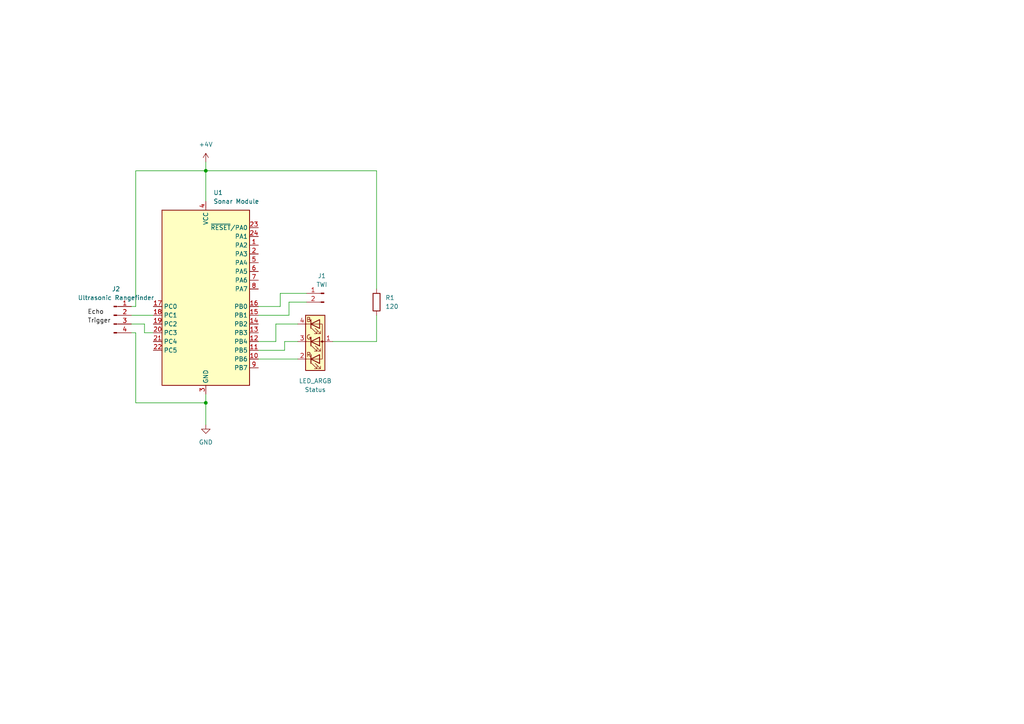
<source format=kicad_sch>
(kicad_sch (version 20231120) (generator "eeschema") (generator_version "8.0")
  (paper "A4")
  (lib_symbols
    (symbol "Connector:Conn_01x02_Pin" (pin_names (offset 1.016) hide)
      (property "Reference" "J" (at 0 2.54 0))
      (property "Value" "Conn_01x02_Pin" (at 0 -5.08 0))
      (symbol "Conn_01x02_Pin_1_1"
        (polyline (pts (xy 1.27 -2.54) (xy 0.8636 -2.54)) (stroke (width 0.1524)))
        (polyline (pts (xy 1.27 0) (xy 0.8636 0)) (stroke (width 0.1524)))
        (rectangle (start 0.8636 -2.413) (end 0 -2.667) (stroke (width 0.1524)) (fill (type outline)))
        (rectangle (start 0.8636 0.127) (end 0 -0.127) (stroke (width 0.1524)) (fill (type outline)))
        (pin passive line (at 5.08 0 180) (length 3.81) (name "Pin_1") (number "1"))
        (pin passive line (at 5.08 -2.54 180) (length 3.81) (name "Pin_2") (number "2"))
      )
    )
    (symbol "Connector:Conn_01x04_Pin" (pin_names (offset 1.016) hide)
      (property "Reference" "J" (at 0 5.08 0))
      (property "Value" "Conn_01x04_Pin" (at 0 -7.62 0))
      (symbol "Conn_01x04_Pin_1_1"
        (polyline (pts (xy 1.27 -5.08) (xy 0.8636 -5.08)) (stroke (width 0.1524)))
        (polyline (pts (xy 1.27 -2.54) (xy 0.8636 -2.54)) (stroke (width 0.1524)))
        (polyline (pts (xy 1.27 0) (xy 0.8636 0)) (stroke (width 0.1524)))
        (polyline (pts (xy 1.27 2.54) (xy 0.8636 2.54)) (stroke (width 0.1524)))
        (rectangle (start 0.8636 -4.953) (end 0 -5.207) (stroke (width 0.1524)) (fill (type outline)))
        (rectangle (start 0.8636 -2.413) (end 0 -2.667) (stroke (width 0.1524)) (fill (type outline)))
        (rectangle (start 0.8636 0.127) (end 0 -0.127) (stroke (width 0.1524)) (fill (type outline)))
        (rectangle (start 0.8636 2.667) (end 0 2.413) (stroke (width 0.1524)) (fill (type outline)))
        (pin passive line (at 5.08 2.54 180) (length 3.81) (name "Pin_1") (number "1"))
        (pin passive line (at 5.08 0 180) (length 3.81) (name "Pin_2") (number "2"))
        (pin passive line (at 5.08 -2.54 180) (length 3.81) (name "Pin_3") (number "3"))
        (pin passive line (at 5.08 -5.08 180) (length 3.81) (name "Pin_4") (number "4"))
      )
    )
    (symbol "Device:LED_ARGB" (pin_names (offset 0) hide)
      (property "Reference" "D" (at 0 9.398 0))
      (property "Value" "LED_ARGB" (at 0 -8.89 0))
      (symbol "LED_ARGB_0_0"
        (text "B" (at -1.905 -6.35 0) (effects (font (size 1.27 1.27))))
        (text "G" (at -1.905 -1.27 0) (effects (font (size 1.27 1.27))))
        (text "R" (at -1.905 3.81 0) (effects (font (size 1.27 1.27))))
      )
      (symbol "LED_ARGB_0_1"
        (polyline (pts (xy -1.27 -5.08) (xy -2.54 -5.08)))
        (polyline (pts (xy -1.27 -5.08) (xy 1.27 -5.08)))
        (polyline (pts (xy -1.27 -3.81) (xy -1.27 -6.35)) (stroke (width 0.254)))
        (polyline (pts (xy -1.27 0) (xy -2.54 0)))
        (polyline (pts (xy -1.27 1.27) (xy -1.27 -1.27)) (stroke (width 0.254)))
        (polyline (pts (xy -1.27 5.08) (xy -2.54 5.08)))
        (polyline (pts (xy -1.27 5.08) (xy 1.27 5.08)))
        (polyline (pts (xy -1.27 6.35) (xy -1.27 3.81)) (stroke (width 0.254)))
        (polyline (pts (xy 1.27 0) (xy -1.27 0)))
        (polyline (pts (xy 1.27 0) (xy 2.54 0)))
        (polyline (pts (xy -1.27 1.27) (xy -1.27 -1.27) (xy -1.27 -1.27)))
        (polyline (pts (xy -1.27 6.35) (xy -1.27 3.81) (xy -1.27 3.81)))
        (polyline (pts (xy 1.27 -5.08) (xy 2.032 -5.08) (xy 2.032 5.08) (xy 1.27 5.08)))
        (polyline (pts (xy 1.27 -3.81) (xy 1.27 -6.35) (xy -1.27 -5.08) (xy 1.27 -3.81)) (stroke (width 0.254)))
        (polyline (pts (xy 1.27 1.27) (xy 1.27 -1.27) (xy -1.27 0) (xy 1.27 1.27)) (stroke (width 0.254)))
        (polyline (pts (xy 1.27 6.35) (xy 1.27 3.81) (xy -1.27 5.08) (xy 1.27 6.35)) (stroke (width 0.254)))
        (polyline (pts (xy -1.016 -3.81) (xy 0.508 -2.286) (xy -0.254 -2.286) (xy 0.508 -2.286) (xy 0.508 -3.048)))
        (polyline (pts (xy -1.016 1.27) (xy 0.508 2.794) (xy -0.254 2.794) (xy 0.508 2.794) (xy 0.508 2.032)))
        (polyline (pts (xy -1.016 6.35) (xy 0.508 7.874) (xy -0.254 7.874) (xy 0.508 7.874) (xy 0.508 7.112)))
        (polyline (pts (xy 0 -3.81) (xy 1.524 -2.286) (xy 0.762 -2.286) (xy 1.524 -2.286) (xy 1.524 -3.048)))
        (polyline (pts (xy 0 1.27) (xy 1.524 2.794) (xy 0.762 2.794) (xy 1.524 2.794) (xy 1.524 2.032)))
        (polyline (pts (xy 0 6.35) (xy 1.524 7.874) (xy 0.762 7.874) (xy 1.524 7.874) (xy 1.524 7.112)))
        (rectangle (start 1.27 -1.27) (end 1.27 1.27))
        (rectangle (start 1.27 1.27) (end 1.27 1.27))
        (rectangle (start 1.27 3.81) (end 1.27 6.35))
        (rectangle (start 1.27 6.35) (end 1.27 6.35))
        (circle (center 2.032 0) (radius 0.254) (fill (type outline)))
        (rectangle (start 2.794 8.382) (end -2.794 -7.62) (stroke (width 0.254)) (fill (type background)))
      )
      (symbol "LED_ARGB_1_1"
        (pin passive line (at 5.08 0 180) (length 2.54) (name "A") (number "1"))
        (pin passive line (at -5.08 5.08 0) (length 2.54) (name "RK") (number "2"))
        (pin passive line (at -5.08 0 0) (length 2.54) (name "GK") (number "3"))
        (pin passive line (at -5.08 -5.08 0) (length 2.54) (name "BK") (number "4"))
      )
    )
    (symbol "Device:R" (pin_numbers hide) (pin_names (offset 0))
      (property "Reference" "R" (at 2.032 0 90))
      (property "Value" "R" (at 0 0 90))
      (symbol "R_0_1"
        (rectangle (start -1.016 -2.54) (end 1.016 2.54) (stroke (width 0.254)))
      )
      (symbol "R_1_1"
        (pin passive line (at 0 3.81 270) (length 1.27) (name "~") (number "1"))
        (pin passive line (at 0 -3.81 90) (length 1.27) (name "~") (number "2"))
      )
    )
    (symbol "MCU_Microchip_ATtiny:ATtiny1627-M"
      (property "Reference" "U" (at -12.7 26.67 0))
      (property "Value" "ATtiny1627-M" (at 2.54 -26.67 0))
      (symbol "ATtiny1627-M_0_1"
        (rectangle (start -12.7 -25.4) (end 12.7 25.4) (stroke (width 0.254)) (fill (type background)))
      )
      (symbol "ATtiny1627-M_1_1"
        (pin bidirectional line (at 15.24 15.24 180) (length 2.54) (name "PA2") (number "1"))
        (pin bidirectional line (at 15.24 -17.78 180) (length 2.54) (name "PB6") (number "10"))
        (pin bidirectional line (at 15.24 -15.24 180) (length 2.54) (name "PB5") (number "11"))
        (pin bidirectional line (at 15.24 -12.7 180) (length 2.54) (name "PB4") (number "12"))
        (pin bidirectional line (at 15.24 -10.16 180) (length 2.54) (name "PB3") (number "13"))
        (pin bidirectional line (at 15.24 -7.62 180) (length 2.54) (name "PB2") (number "14"))
        (pin bidirectional line (at 15.24 -5.08 180) (length 2.54) (name "PB1") (number "15"))
        (pin bidirectional line (at 15.24 -2.54 180) (length 2.54) (name "PB0") (number "16"))
        (pin bidirectional line (at -15.24 -2.54 0) (length 2.54) (name "PC0") (number "17"))
        (pin bidirectional line (at -15.24 -5.08 0) (length 2.54) (name "PC1") (number "18"))
        (pin bidirectional line (at -15.24 -7.62 0) (length 2.54) (name "PC2") (number "19"))
        (pin bidirectional line (at 15.24 12.7 180) (length 2.54) (name "PA3") (number "2"))
        (pin bidirectional line (at -15.24 -10.16 0) (length 2.54) (name "PC3") (number "20"))
        (pin bidirectional line (at -15.24 -12.7 0) (length 2.54) (name "PC4") (number "21"))
        (pin bidirectional line (at -15.24 -15.24 0) (length 2.54) (name "PC5") (number "22"))
        (pin bidirectional line (at 15.24 20.32 180) (length 2.54) (name "~{RESET}/PA0") (number "23"))
        (pin bidirectional line (at 15.24 17.78 180) (length 2.54) (name "PA1") (number "24"))
        (pin passive line (at 0 -27.94 90) (length 2.54) hide (name "GND") (number "25"))
        (pin power_in line (at 0 -27.94 90) (length 2.54) (name "GND") (number "3"))
        (pin power_in line (at 0 27.94 270) (length 2.54) (name "VCC") (number "4"))
        (pin bidirectional line (at 15.24 10.16 180) (length 2.54) (name "PA4") (number "5"))
        (pin bidirectional line (at 15.24 7.62 180) (length 2.54) (name "PA5") (number "6"))
        (pin bidirectional line (at 15.24 5.08 180) (length 2.54) (name "PA6") (number "7"))
        (pin bidirectional line (at 15.24 2.54 180) (length 2.54) (name "PA7") (number "8"))
        (pin bidirectional line (at 15.24 -20.32 180) (length 2.54) (name "PB7") (number "9"))
      )
    )
    (symbol "power:+4V" (power) (pin_numbers hide) (pin_names (offset 0) hide)
      (property "Value" "+4V" (at 0 3.556 0))
      (symbol "+4V_0_1"
        (polyline (pts (xy -0.762 1.27) (xy 0 2.54)))
        (polyline (pts (xy 0 0) (xy 0 2.54)))
        (polyline (pts (xy 0 2.54) (xy 0.762 1.27)))
      )
      (symbol "+4V_1_1"
        (pin power_in line (at 0 0 90) (length 0) (name "~") (number "1"))
      )
    )
    (symbol "power:GND" (power) (pin_numbers hide) (pin_names (offset 0) hide)
      (property "Value" "GND" (at 0 -3.81 0))
      (symbol "GND_0_1"
        (polyline (pts (xy 0 0) (xy 0 -1.27) (xy 1.27 -1.27) (xy 0 -2.54) (xy -1.27 -1.27) (xy 0 -1.27)))
      )
      (symbol "GND_1_1"
        (pin power_in line (at 0 0 270) (length 0) (name "~") (number "1"))
      )
    )
  )
  (junction (at 59.69 49.53))
  (junction (at 59.69 116.84))
  (wire (pts (xy 59.69 46.99) (xy 59.69 49.53)))
  (wire (pts (xy 59.69 116.84) (xy 59.69 123.19)))
  (wire (pts (xy 82.55 101.6) (xy 82.55 99.06)))
  (wire (pts (xy 59.69 49.53) (xy 59.69 58.42)))
  (wire (pts (xy 39.37 49.53) (xy 59.69 49.53)))
  (wire (pts (xy 38.1 96.52) (xy 39.37 96.52)))
  (wire (pts (xy 38.1 91.44) (xy 44.45 91.44)))
  (wire (pts (xy 74.93 99.06) (xy 80.01 99.06)))
  (wire (pts (xy 41.91 93.98) (xy 38.1 93.98)))
  (wire (pts (xy 81.28 88.9) (xy 81.28 85.09)))
  (wire (pts (xy 109.22 83.82) (xy 109.22 49.53)))
  (wire (pts (xy 39.37 96.52) (xy 39.37 116.84)))
  (wire (pts (xy 44.45 96.52) (xy 41.91 96.52)))
  (wire (pts (xy 109.22 99.06) (xy 109.22 91.44)))
  (wire (pts (xy 39.37 88.9) (xy 39.37 49.53)))
  (wire (pts (xy 109.22 49.53) (xy 59.69 49.53)))
  (wire (pts (xy 38.1 88.9) (xy 39.37 88.9)))
  (wire (pts (xy 41.91 96.52) (xy 41.91 93.98)))
  (wire (pts (xy 83.82 87.63) (xy 88.9 87.63)))
  (wire (pts (xy 74.93 101.6) (xy 82.55 101.6)))
  (wire (pts (xy 96.52 99.06) (xy 109.22 99.06)))
  (wire (pts (xy 80.01 93.98) (xy 86.36 93.98)))
  (wire (pts (xy 39.37 116.84) (xy 59.69 116.84)))
  (wire (pts (xy 74.93 88.9) (xy 81.28 88.9)))
  (wire (pts (xy 80.01 99.06) (xy 80.01 93.98)))
  (wire (pts (xy 82.55 99.06) (xy 86.36 99.06)))
  (wire (pts (xy 74.93 104.14) (xy 86.36 104.14)))
  (wire (pts (xy 59.69 114.3) (xy 59.69 116.84)))
  (wire (pts (xy 81.28 85.09) (xy 88.9 85.09)))
  (wire (pts (xy 83.82 91.44) (xy 83.82 87.63)))
  (wire (pts (xy 74.93 91.44) (xy 83.82 91.44)))
  (label "Echo" (at 25.4 91.44 0))
  (label "Trigger" (at 25.4 93.98 0))
  (symbol (lib_id "Connector:Conn_01x04_Pin") (at 33.02 91.44 0) (unit 1)
    (property "Reference" "J2" (at 33.655 83.82 0))
    (property "Value" "Ultrasonic Rangefinder" (at 33.655 86.36 0))
    (property "Description" "Generic connector, single row, 01x04, script generated" (effects (hide yes)))
  )
  (symbol (lib_id "Connector:Conn_01x02_Pin") (at 93.98 85.09 0) (mirror y) (unit 1)
    (property "Reference" "J1" (at 93.345 80.01 0))
    (property "Value" "TWI" (at 93.345 82.55 0))
    (property "Description" "Generic connector, single row, 01x02, script generated" (effects (hide yes)))
  )
  (symbol (lib_id "Device:LED_ARGB") (at 91.44 99.06 0) (mirror x) (unit 1)
    (property "Reference" "Status" (at 91.44 113.03 0))
    (property "Value" "LED_ARGB" (at 91.44 110.49 0))
    (property "Description" "RGB LED, anode/red/green/blue" (effects (hide yes)))
  )
  (symbol (lib_id "power:+4V") (at 59.69 46.99 0) (unit 1)
    (property "Reference" "#PWR01" (effects (hide yes)))
    (property "Value" "+4V" (at 59.69 41.91 0))
    (property "Description" "Power symbol creates a global label with name \"+4V\"" (effects (hide yes)))
  )
  (symbol (lib_id "Device:R") (at 109.22 87.63 0) (unit 1)
    (property "Reference" "R1" (at 111.76 86.3599 0) (effects (justify left)))
    (property "Value" "120" (at 111.76 88.8999 0) (effects (justify left)))
    (property "Description" "Resistor" (effects (hide yes)))
  )
  (symbol (lib_id "power:GND") (at 59.69 123.19 0) (unit 1)
    (property "Reference" "#PWR02" (effects (hide yes)))
    (property "Value" "GND" (at 59.69 128.27 0))
    (property "Description" "Power symbol creates a global label with name \"GND\" , ground" (effects (hide yes)))
  )
  (symbol (lib_id "MCU_Microchip_ATtiny:ATtiny1627-M") (at 59.69 86.36 0) (unit 1)
    (property "Reference" "U1" (at 61.8841 55.88 0) (effects (justify left)))
    (property "Value" "Sonar Module" (at 61.8841 58.42 0) (effects (justify left)))
    (property "Footprint" "Package_DFN_QFN:QFN-24-1EP_4x4mm_P0.5mm_EP2.6x2.6mm" (effects (hide yes)))
    (property "Datasheet" "https://ww1.microchip.com/downloads/en/DeviceDoc/ATtiny1624-26-27-DataSheet-DS40002234A.pdf" (effects (hide yes)))
    (property "Description" "20MHz, 16kB Flash, 2kB SRAM, 256B EEPROM, VQFN-24" (effects (hide yes)))
  )
)
</source>
